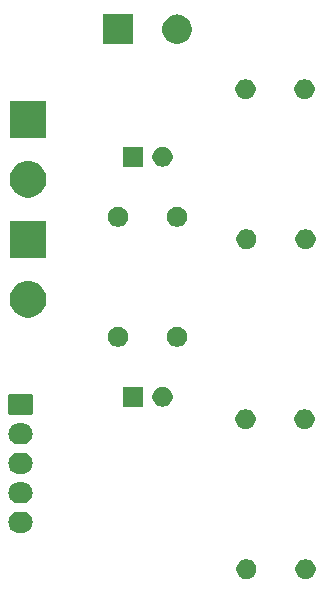
<source format=gbs>
G04 #@! TF.GenerationSoftware,KiCad,Pcbnew,5.0.1-33cea8e~68~ubuntu16.04.1*
G04 #@! TF.CreationDate,2018-11-24T10:37:31+09:00*
G04 #@! TF.ProjectId,BS2103F_photo,425332313033465F70686F746F2E6B69,rev?*
G04 #@! TF.SameCoordinates,Original*
G04 #@! TF.FileFunction,Soldermask,Bot*
G04 #@! TF.FilePolarity,Negative*
%FSLAX46Y46*%
G04 Gerber Fmt 4.6, Leading zero omitted, Abs format (unit mm)*
G04 Created by KiCad (PCBNEW 5.0.1-33cea8e~68~ubuntu16.04.1) date 2018年11月24日 10時37分31秒*
%MOMM*%
%LPD*%
G01*
G04 APERTURE LIST*
%ADD10C,0.100000*%
G04 APERTURE END LIST*
D10*
G36*
X152648228Y-117291703D02*
X152803100Y-117355853D01*
X152942481Y-117448985D01*
X153061015Y-117567519D01*
X153154147Y-117706900D01*
X153218297Y-117861772D01*
X153251000Y-118026184D01*
X153251000Y-118193816D01*
X153218297Y-118358228D01*
X153154147Y-118513100D01*
X153061015Y-118652481D01*
X152942481Y-118771015D01*
X152803100Y-118864147D01*
X152648228Y-118928297D01*
X152483816Y-118961000D01*
X152316184Y-118961000D01*
X152151772Y-118928297D01*
X151996900Y-118864147D01*
X151857519Y-118771015D01*
X151738985Y-118652481D01*
X151645853Y-118513100D01*
X151581703Y-118358228D01*
X151549000Y-118193816D01*
X151549000Y-118026184D01*
X151581703Y-117861772D01*
X151645853Y-117706900D01*
X151738985Y-117567519D01*
X151857519Y-117448985D01*
X151996900Y-117355853D01*
X152151772Y-117291703D01*
X152316184Y-117259000D01*
X152483816Y-117259000D01*
X152648228Y-117291703D01*
X152648228Y-117291703D01*
G37*
G36*
X147648228Y-117291703D02*
X147803100Y-117355853D01*
X147942481Y-117448985D01*
X148061015Y-117567519D01*
X148154147Y-117706900D01*
X148218297Y-117861772D01*
X148251000Y-118026184D01*
X148251000Y-118193816D01*
X148218297Y-118358228D01*
X148154147Y-118513100D01*
X148061015Y-118652481D01*
X147942481Y-118771015D01*
X147803100Y-118864147D01*
X147648228Y-118928297D01*
X147483816Y-118961000D01*
X147316184Y-118961000D01*
X147151772Y-118928297D01*
X146996900Y-118864147D01*
X146857519Y-118771015D01*
X146738985Y-118652481D01*
X146645853Y-118513100D01*
X146581703Y-118358228D01*
X146549000Y-118193816D01*
X146549000Y-118026184D01*
X146581703Y-117861772D01*
X146645853Y-117706900D01*
X146738985Y-117567519D01*
X146857519Y-117448985D01*
X146996900Y-117355853D01*
X147151772Y-117291703D01*
X147316184Y-117259000D01*
X147483816Y-117259000D01*
X147648228Y-117291703D01*
X147648228Y-117291703D01*
G37*
G36*
X128505442Y-113245518D02*
X128571627Y-113252037D01*
X128684853Y-113286384D01*
X128741467Y-113303557D01*
X128880087Y-113377652D01*
X128897991Y-113387222D01*
X128933729Y-113416552D01*
X129035186Y-113499814D01*
X129118448Y-113601271D01*
X129147778Y-113637009D01*
X129147779Y-113637011D01*
X129231443Y-113793533D01*
X129231443Y-113793534D01*
X129282963Y-113963373D01*
X129300359Y-114140000D01*
X129282963Y-114316627D01*
X129248616Y-114429853D01*
X129231443Y-114486467D01*
X129157348Y-114625087D01*
X129147778Y-114642991D01*
X129118448Y-114678729D01*
X129035186Y-114780186D01*
X128933729Y-114863448D01*
X128897991Y-114892778D01*
X128897989Y-114892779D01*
X128741467Y-114976443D01*
X128684853Y-114993616D01*
X128571627Y-115027963D01*
X128505443Y-115034481D01*
X128439260Y-115041000D01*
X128100740Y-115041000D01*
X128034557Y-115034481D01*
X127968373Y-115027963D01*
X127855147Y-114993616D01*
X127798533Y-114976443D01*
X127642011Y-114892779D01*
X127642009Y-114892778D01*
X127606271Y-114863448D01*
X127504814Y-114780186D01*
X127421552Y-114678729D01*
X127392222Y-114642991D01*
X127382652Y-114625087D01*
X127308557Y-114486467D01*
X127291384Y-114429853D01*
X127257037Y-114316627D01*
X127239641Y-114140000D01*
X127257037Y-113963373D01*
X127308557Y-113793534D01*
X127308557Y-113793533D01*
X127392221Y-113637011D01*
X127392222Y-113637009D01*
X127421552Y-113601271D01*
X127504814Y-113499814D01*
X127606271Y-113416552D01*
X127642009Y-113387222D01*
X127659913Y-113377652D01*
X127798533Y-113303557D01*
X127855147Y-113286384D01*
X127968373Y-113252037D01*
X128034558Y-113245518D01*
X128100740Y-113239000D01*
X128439260Y-113239000D01*
X128505442Y-113245518D01*
X128505442Y-113245518D01*
G37*
G36*
X128505442Y-110745518D02*
X128571627Y-110752037D01*
X128684853Y-110786384D01*
X128741467Y-110803557D01*
X128880087Y-110877652D01*
X128897991Y-110887222D01*
X128933729Y-110916552D01*
X129035186Y-110999814D01*
X129118448Y-111101271D01*
X129147778Y-111137009D01*
X129147779Y-111137011D01*
X129231443Y-111293533D01*
X129231443Y-111293534D01*
X129282963Y-111463373D01*
X129300359Y-111640000D01*
X129282963Y-111816627D01*
X129248616Y-111929853D01*
X129231443Y-111986467D01*
X129157348Y-112125087D01*
X129147778Y-112142991D01*
X129118448Y-112178729D01*
X129035186Y-112280186D01*
X128933729Y-112363448D01*
X128897991Y-112392778D01*
X128897989Y-112392779D01*
X128741467Y-112476443D01*
X128684853Y-112493616D01*
X128571627Y-112527963D01*
X128505442Y-112534482D01*
X128439260Y-112541000D01*
X128100740Y-112541000D01*
X128034558Y-112534482D01*
X127968373Y-112527963D01*
X127855147Y-112493616D01*
X127798533Y-112476443D01*
X127642011Y-112392779D01*
X127642009Y-112392778D01*
X127606271Y-112363448D01*
X127504814Y-112280186D01*
X127421552Y-112178729D01*
X127392222Y-112142991D01*
X127382652Y-112125087D01*
X127308557Y-111986467D01*
X127291384Y-111929853D01*
X127257037Y-111816627D01*
X127239641Y-111640000D01*
X127257037Y-111463373D01*
X127308557Y-111293534D01*
X127308557Y-111293533D01*
X127392221Y-111137011D01*
X127392222Y-111137009D01*
X127421552Y-111101271D01*
X127504814Y-110999814D01*
X127606271Y-110916552D01*
X127642009Y-110887222D01*
X127659913Y-110877652D01*
X127798533Y-110803557D01*
X127855147Y-110786384D01*
X127968373Y-110752037D01*
X128034558Y-110745518D01*
X128100740Y-110739000D01*
X128439260Y-110739000D01*
X128505442Y-110745518D01*
X128505442Y-110745518D01*
G37*
G36*
X128505443Y-108245519D02*
X128571627Y-108252037D01*
X128684853Y-108286384D01*
X128741467Y-108303557D01*
X128880087Y-108377652D01*
X128897991Y-108387222D01*
X128933729Y-108416552D01*
X129035186Y-108499814D01*
X129118448Y-108601271D01*
X129147778Y-108637009D01*
X129147779Y-108637011D01*
X129231443Y-108793533D01*
X129231443Y-108793534D01*
X129282963Y-108963373D01*
X129300359Y-109140000D01*
X129282963Y-109316627D01*
X129248616Y-109429853D01*
X129231443Y-109486467D01*
X129157348Y-109625087D01*
X129147778Y-109642991D01*
X129118448Y-109678729D01*
X129035186Y-109780186D01*
X128933729Y-109863448D01*
X128897991Y-109892778D01*
X128897989Y-109892779D01*
X128741467Y-109976443D01*
X128684853Y-109993616D01*
X128571627Y-110027963D01*
X128505442Y-110034482D01*
X128439260Y-110041000D01*
X128100740Y-110041000D01*
X128034558Y-110034482D01*
X127968373Y-110027963D01*
X127855147Y-109993616D01*
X127798533Y-109976443D01*
X127642011Y-109892779D01*
X127642009Y-109892778D01*
X127606271Y-109863448D01*
X127504814Y-109780186D01*
X127421552Y-109678729D01*
X127392222Y-109642991D01*
X127382652Y-109625087D01*
X127308557Y-109486467D01*
X127291384Y-109429853D01*
X127257037Y-109316627D01*
X127239641Y-109140000D01*
X127257037Y-108963373D01*
X127308557Y-108793534D01*
X127308557Y-108793533D01*
X127392221Y-108637011D01*
X127392222Y-108637009D01*
X127421552Y-108601271D01*
X127504814Y-108499814D01*
X127606271Y-108416552D01*
X127642009Y-108387222D01*
X127659913Y-108377652D01*
X127798533Y-108303557D01*
X127855147Y-108286384D01*
X127968373Y-108252037D01*
X128034557Y-108245519D01*
X128100740Y-108239000D01*
X128439260Y-108239000D01*
X128505443Y-108245519D01*
X128505443Y-108245519D01*
G37*
G36*
X128505442Y-105745518D02*
X128571627Y-105752037D01*
X128684853Y-105786384D01*
X128741467Y-105803557D01*
X128759320Y-105813100D01*
X128897991Y-105887222D01*
X128933729Y-105916552D01*
X129035186Y-105999814D01*
X129093617Y-106071014D01*
X129147778Y-106137009D01*
X129147779Y-106137011D01*
X129231443Y-106293533D01*
X129231443Y-106293534D01*
X129282963Y-106463373D01*
X129300359Y-106640000D01*
X129282963Y-106816627D01*
X129248616Y-106929853D01*
X129231443Y-106986467D01*
X129157348Y-107125087D01*
X129147778Y-107142991D01*
X129118448Y-107178729D01*
X129035186Y-107280186D01*
X128933729Y-107363448D01*
X128897991Y-107392778D01*
X128897989Y-107392779D01*
X128741467Y-107476443D01*
X128684853Y-107493616D01*
X128571627Y-107527963D01*
X128505442Y-107534482D01*
X128439260Y-107541000D01*
X128100740Y-107541000D01*
X128034558Y-107534482D01*
X127968373Y-107527963D01*
X127855147Y-107493616D01*
X127798533Y-107476443D01*
X127642011Y-107392779D01*
X127642009Y-107392778D01*
X127606271Y-107363448D01*
X127504814Y-107280186D01*
X127421552Y-107178729D01*
X127392222Y-107142991D01*
X127382652Y-107125087D01*
X127308557Y-106986467D01*
X127291384Y-106929853D01*
X127257037Y-106816627D01*
X127239641Y-106640000D01*
X127257037Y-106463373D01*
X127308557Y-106293534D01*
X127308557Y-106293533D01*
X127392221Y-106137011D01*
X127392222Y-106137009D01*
X127446383Y-106071014D01*
X127504814Y-105999814D01*
X127606271Y-105916552D01*
X127642009Y-105887222D01*
X127780680Y-105813100D01*
X127798533Y-105803557D01*
X127855147Y-105786384D01*
X127968373Y-105752037D01*
X128034558Y-105745518D01*
X128100740Y-105739000D01*
X128439260Y-105739000D01*
X128505442Y-105745518D01*
X128505442Y-105745518D01*
G37*
G36*
X152568228Y-104591703D02*
X152723100Y-104655853D01*
X152862481Y-104748985D01*
X152981015Y-104867519D01*
X153074147Y-105006900D01*
X153138297Y-105161772D01*
X153171000Y-105326184D01*
X153171000Y-105493816D01*
X153138297Y-105658228D01*
X153074147Y-105813100D01*
X152981015Y-105952481D01*
X152862481Y-106071015D01*
X152723100Y-106164147D01*
X152568228Y-106228297D01*
X152403816Y-106261000D01*
X152236184Y-106261000D01*
X152071772Y-106228297D01*
X151916900Y-106164147D01*
X151777519Y-106071015D01*
X151658985Y-105952481D01*
X151565853Y-105813100D01*
X151501703Y-105658228D01*
X151469000Y-105493816D01*
X151469000Y-105326184D01*
X151501703Y-105161772D01*
X151565853Y-105006900D01*
X151658985Y-104867519D01*
X151777519Y-104748985D01*
X151916900Y-104655853D01*
X152071772Y-104591703D01*
X152236184Y-104559000D01*
X152403816Y-104559000D01*
X152568228Y-104591703D01*
X152568228Y-104591703D01*
G37*
G36*
X147568228Y-104591703D02*
X147723100Y-104655853D01*
X147862481Y-104748985D01*
X147981015Y-104867519D01*
X148074147Y-105006900D01*
X148138297Y-105161772D01*
X148171000Y-105326184D01*
X148171000Y-105493816D01*
X148138297Y-105658228D01*
X148074147Y-105813100D01*
X147981015Y-105952481D01*
X147862481Y-106071015D01*
X147723100Y-106164147D01*
X147568228Y-106228297D01*
X147403816Y-106261000D01*
X147236184Y-106261000D01*
X147071772Y-106228297D01*
X146916900Y-106164147D01*
X146777519Y-106071015D01*
X146658985Y-105952481D01*
X146565853Y-105813100D01*
X146501703Y-105658228D01*
X146469000Y-105493816D01*
X146469000Y-105326184D01*
X146501703Y-105161772D01*
X146565853Y-105006900D01*
X146658985Y-104867519D01*
X146777519Y-104748985D01*
X146916900Y-104655853D01*
X147071772Y-104591703D01*
X147236184Y-104559000D01*
X147403816Y-104559000D01*
X147568228Y-104591703D01*
X147568228Y-104591703D01*
G37*
G36*
X129153600Y-103242989D02*
X129186649Y-103253014D01*
X129217106Y-103269294D01*
X129243799Y-103291201D01*
X129265706Y-103317894D01*
X129281986Y-103348351D01*
X129292011Y-103381400D01*
X129296000Y-103421904D01*
X129296000Y-104858096D01*
X129292011Y-104898600D01*
X129281986Y-104931649D01*
X129265706Y-104962106D01*
X129243799Y-104988799D01*
X129217106Y-105010706D01*
X129186649Y-105026986D01*
X129153600Y-105037011D01*
X129113096Y-105041000D01*
X127426904Y-105041000D01*
X127386400Y-105037011D01*
X127353351Y-105026986D01*
X127322894Y-105010706D01*
X127296201Y-104988799D01*
X127274294Y-104962106D01*
X127258014Y-104931649D01*
X127247989Y-104898600D01*
X127244000Y-104858096D01*
X127244000Y-103421904D01*
X127247989Y-103381400D01*
X127258014Y-103348351D01*
X127274294Y-103317894D01*
X127296201Y-103291201D01*
X127322894Y-103269294D01*
X127353351Y-103253014D01*
X127386400Y-103242989D01*
X127426904Y-103239000D01*
X129113096Y-103239000D01*
X129153600Y-103242989D01*
X129153600Y-103242989D01*
G37*
G36*
X140543228Y-102686703D02*
X140698100Y-102750853D01*
X140837481Y-102843985D01*
X140956015Y-102962519D01*
X141049147Y-103101900D01*
X141113297Y-103256772D01*
X141146000Y-103421184D01*
X141146000Y-103588816D01*
X141113297Y-103753228D01*
X141049147Y-103908100D01*
X140956015Y-104047481D01*
X140837481Y-104166015D01*
X140698100Y-104259147D01*
X140543228Y-104323297D01*
X140378816Y-104356000D01*
X140211184Y-104356000D01*
X140046772Y-104323297D01*
X139891900Y-104259147D01*
X139752519Y-104166015D01*
X139633985Y-104047481D01*
X139540853Y-103908100D01*
X139476703Y-103753228D01*
X139444000Y-103588816D01*
X139444000Y-103421184D01*
X139476703Y-103256772D01*
X139540853Y-103101900D01*
X139633985Y-102962519D01*
X139752519Y-102843985D01*
X139891900Y-102750853D01*
X140046772Y-102686703D01*
X140211184Y-102654000D01*
X140378816Y-102654000D01*
X140543228Y-102686703D01*
X140543228Y-102686703D01*
G37*
G36*
X138646000Y-104356000D02*
X136944000Y-104356000D01*
X136944000Y-102654000D01*
X138646000Y-102654000D01*
X138646000Y-104356000D01*
X138646000Y-104356000D01*
G37*
G36*
X141773228Y-97606703D02*
X141928100Y-97670853D01*
X142067481Y-97763985D01*
X142186015Y-97882519D01*
X142279147Y-98021900D01*
X142343297Y-98176772D01*
X142376000Y-98341184D01*
X142376000Y-98508816D01*
X142343297Y-98673228D01*
X142279147Y-98828100D01*
X142186015Y-98967481D01*
X142067481Y-99086015D01*
X141928100Y-99179147D01*
X141773228Y-99243297D01*
X141608816Y-99276000D01*
X141441184Y-99276000D01*
X141276772Y-99243297D01*
X141121900Y-99179147D01*
X140982519Y-99086015D01*
X140863985Y-98967481D01*
X140770853Y-98828100D01*
X140706703Y-98673228D01*
X140674000Y-98508816D01*
X140674000Y-98341184D01*
X140706703Y-98176772D01*
X140770853Y-98021900D01*
X140863985Y-97882519D01*
X140982519Y-97763985D01*
X141121900Y-97670853D01*
X141276772Y-97606703D01*
X141441184Y-97574000D01*
X141608816Y-97574000D01*
X141773228Y-97606703D01*
X141773228Y-97606703D01*
G37*
G36*
X136773228Y-97606703D02*
X136928100Y-97670853D01*
X137067481Y-97763985D01*
X137186015Y-97882519D01*
X137279147Y-98021900D01*
X137343297Y-98176772D01*
X137376000Y-98341184D01*
X137376000Y-98508816D01*
X137343297Y-98673228D01*
X137279147Y-98828100D01*
X137186015Y-98967481D01*
X137067481Y-99086015D01*
X136928100Y-99179147D01*
X136773228Y-99243297D01*
X136608816Y-99276000D01*
X136441184Y-99276000D01*
X136276772Y-99243297D01*
X136121900Y-99179147D01*
X135982519Y-99086015D01*
X135863985Y-98967481D01*
X135770853Y-98828100D01*
X135706703Y-98673228D01*
X135674000Y-98508816D01*
X135674000Y-98341184D01*
X135706703Y-98176772D01*
X135770853Y-98021900D01*
X135863985Y-97882519D01*
X135982519Y-97763985D01*
X136121900Y-97670853D01*
X136276772Y-97606703D01*
X136441184Y-97574000D01*
X136608816Y-97574000D01*
X136773228Y-97606703D01*
X136773228Y-97606703D01*
G37*
G36*
X129257527Y-93738736D02*
X129357410Y-93758604D01*
X129639674Y-93875521D01*
X129893705Y-94045259D01*
X130109741Y-94261295D01*
X130279479Y-94515326D01*
X130396396Y-94797590D01*
X130456000Y-95097240D01*
X130456000Y-95402760D01*
X130396396Y-95702410D01*
X130279479Y-95984674D01*
X130109741Y-96238705D01*
X129893705Y-96454741D01*
X129639674Y-96624479D01*
X129357410Y-96741396D01*
X129257527Y-96761264D01*
X129057762Y-96801000D01*
X128752238Y-96801000D01*
X128552473Y-96761264D01*
X128452590Y-96741396D01*
X128170326Y-96624479D01*
X127916295Y-96454741D01*
X127700259Y-96238705D01*
X127530521Y-95984674D01*
X127413604Y-95702410D01*
X127354000Y-95402760D01*
X127354000Y-95097240D01*
X127413604Y-94797590D01*
X127530521Y-94515326D01*
X127700259Y-94261295D01*
X127916295Y-94045259D01*
X128170326Y-93875521D01*
X128452590Y-93758604D01*
X128552473Y-93738736D01*
X128752238Y-93699000D01*
X129057762Y-93699000D01*
X129257527Y-93738736D01*
X129257527Y-93738736D01*
G37*
G36*
X130456000Y-91721000D02*
X127354000Y-91721000D01*
X127354000Y-88619000D01*
X130456000Y-88619000D01*
X130456000Y-91721000D01*
X130456000Y-91721000D01*
G37*
G36*
X152648228Y-89351703D02*
X152803100Y-89415853D01*
X152942481Y-89508985D01*
X153061015Y-89627519D01*
X153154147Y-89766900D01*
X153218297Y-89921772D01*
X153251000Y-90086184D01*
X153251000Y-90253816D01*
X153218297Y-90418228D01*
X153154147Y-90573100D01*
X153061015Y-90712481D01*
X152942481Y-90831015D01*
X152803100Y-90924147D01*
X152648228Y-90988297D01*
X152483816Y-91021000D01*
X152316184Y-91021000D01*
X152151772Y-90988297D01*
X151996900Y-90924147D01*
X151857519Y-90831015D01*
X151738985Y-90712481D01*
X151645853Y-90573100D01*
X151581703Y-90418228D01*
X151549000Y-90253816D01*
X151549000Y-90086184D01*
X151581703Y-89921772D01*
X151645853Y-89766900D01*
X151738985Y-89627519D01*
X151857519Y-89508985D01*
X151996900Y-89415853D01*
X152151772Y-89351703D01*
X152316184Y-89319000D01*
X152483816Y-89319000D01*
X152648228Y-89351703D01*
X152648228Y-89351703D01*
G37*
G36*
X147648228Y-89351703D02*
X147803100Y-89415853D01*
X147942481Y-89508985D01*
X148061015Y-89627519D01*
X148154147Y-89766900D01*
X148218297Y-89921772D01*
X148251000Y-90086184D01*
X148251000Y-90253816D01*
X148218297Y-90418228D01*
X148154147Y-90573100D01*
X148061015Y-90712481D01*
X147942481Y-90831015D01*
X147803100Y-90924147D01*
X147648228Y-90988297D01*
X147483816Y-91021000D01*
X147316184Y-91021000D01*
X147151772Y-90988297D01*
X146996900Y-90924147D01*
X146857519Y-90831015D01*
X146738985Y-90712481D01*
X146645853Y-90573100D01*
X146581703Y-90418228D01*
X146549000Y-90253816D01*
X146549000Y-90086184D01*
X146581703Y-89921772D01*
X146645853Y-89766900D01*
X146738985Y-89627519D01*
X146857519Y-89508985D01*
X146996900Y-89415853D01*
X147151772Y-89351703D01*
X147316184Y-89319000D01*
X147483816Y-89319000D01*
X147648228Y-89351703D01*
X147648228Y-89351703D01*
G37*
G36*
X136773228Y-87446703D02*
X136928100Y-87510853D01*
X137067481Y-87603985D01*
X137186015Y-87722519D01*
X137279147Y-87861900D01*
X137343297Y-88016772D01*
X137376000Y-88181184D01*
X137376000Y-88348816D01*
X137343297Y-88513228D01*
X137279147Y-88668100D01*
X137186015Y-88807481D01*
X137067481Y-88926015D01*
X136928100Y-89019147D01*
X136773228Y-89083297D01*
X136608816Y-89116000D01*
X136441184Y-89116000D01*
X136276772Y-89083297D01*
X136121900Y-89019147D01*
X135982519Y-88926015D01*
X135863985Y-88807481D01*
X135770853Y-88668100D01*
X135706703Y-88513228D01*
X135674000Y-88348816D01*
X135674000Y-88181184D01*
X135706703Y-88016772D01*
X135770853Y-87861900D01*
X135863985Y-87722519D01*
X135982519Y-87603985D01*
X136121900Y-87510853D01*
X136276772Y-87446703D01*
X136441184Y-87414000D01*
X136608816Y-87414000D01*
X136773228Y-87446703D01*
X136773228Y-87446703D01*
G37*
G36*
X141773228Y-87446703D02*
X141928100Y-87510853D01*
X142067481Y-87603985D01*
X142186015Y-87722519D01*
X142279147Y-87861900D01*
X142343297Y-88016772D01*
X142376000Y-88181184D01*
X142376000Y-88348816D01*
X142343297Y-88513228D01*
X142279147Y-88668100D01*
X142186015Y-88807481D01*
X142067481Y-88926015D01*
X141928100Y-89019147D01*
X141773228Y-89083297D01*
X141608816Y-89116000D01*
X141441184Y-89116000D01*
X141276772Y-89083297D01*
X141121900Y-89019147D01*
X140982519Y-88926015D01*
X140863985Y-88807481D01*
X140770853Y-88668100D01*
X140706703Y-88513228D01*
X140674000Y-88348816D01*
X140674000Y-88181184D01*
X140706703Y-88016772D01*
X140770853Y-87861900D01*
X140863985Y-87722519D01*
X140982519Y-87603985D01*
X141121900Y-87510853D01*
X141276772Y-87446703D01*
X141441184Y-87414000D01*
X141608816Y-87414000D01*
X141773228Y-87446703D01*
X141773228Y-87446703D01*
G37*
G36*
X129257527Y-83578736D02*
X129357410Y-83598604D01*
X129639674Y-83715521D01*
X129893705Y-83885259D01*
X130109741Y-84101295D01*
X130279479Y-84355326D01*
X130396396Y-84637590D01*
X130456000Y-84937240D01*
X130456000Y-85242760D01*
X130396396Y-85542410D01*
X130279479Y-85824674D01*
X130109741Y-86078705D01*
X129893705Y-86294741D01*
X129639674Y-86464479D01*
X129357410Y-86581396D01*
X129257527Y-86601264D01*
X129057762Y-86641000D01*
X128752238Y-86641000D01*
X128552473Y-86601264D01*
X128452590Y-86581396D01*
X128170326Y-86464479D01*
X127916295Y-86294741D01*
X127700259Y-86078705D01*
X127530521Y-85824674D01*
X127413604Y-85542410D01*
X127354000Y-85242760D01*
X127354000Y-84937240D01*
X127413604Y-84637590D01*
X127530521Y-84355326D01*
X127700259Y-84101295D01*
X127916295Y-83885259D01*
X128170326Y-83715521D01*
X128452590Y-83598604D01*
X128552473Y-83578736D01*
X128752238Y-83539000D01*
X129057762Y-83539000D01*
X129257527Y-83578736D01*
X129257527Y-83578736D01*
G37*
G36*
X138646000Y-84036000D02*
X136944000Y-84036000D01*
X136944000Y-82334000D01*
X138646000Y-82334000D01*
X138646000Y-84036000D01*
X138646000Y-84036000D01*
G37*
G36*
X140543228Y-82366703D02*
X140698100Y-82430853D01*
X140837481Y-82523985D01*
X140956015Y-82642519D01*
X141049147Y-82781900D01*
X141113297Y-82936772D01*
X141146000Y-83101184D01*
X141146000Y-83268816D01*
X141113297Y-83433228D01*
X141049147Y-83588100D01*
X140956015Y-83727481D01*
X140837481Y-83846015D01*
X140698100Y-83939147D01*
X140543228Y-84003297D01*
X140378816Y-84036000D01*
X140211184Y-84036000D01*
X140046772Y-84003297D01*
X139891900Y-83939147D01*
X139752519Y-83846015D01*
X139633985Y-83727481D01*
X139540853Y-83588100D01*
X139476703Y-83433228D01*
X139444000Y-83268816D01*
X139444000Y-83101184D01*
X139476703Y-82936772D01*
X139540853Y-82781900D01*
X139633985Y-82642519D01*
X139752519Y-82523985D01*
X139891900Y-82430853D01*
X140046772Y-82366703D01*
X140211184Y-82334000D01*
X140378816Y-82334000D01*
X140543228Y-82366703D01*
X140543228Y-82366703D01*
G37*
G36*
X130456000Y-81561000D02*
X127354000Y-81561000D01*
X127354000Y-78459000D01*
X130456000Y-78459000D01*
X130456000Y-81561000D01*
X130456000Y-81561000D01*
G37*
G36*
X147568228Y-76651703D02*
X147723100Y-76715853D01*
X147862481Y-76808985D01*
X147981015Y-76927519D01*
X148074147Y-77066900D01*
X148138297Y-77221772D01*
X148171000Y-77386184D01*
X148171000Y-77553816D01*
X148138297Y-77718228D01*
X148074147Y-77873100D01*
X147981015Y-78012481D01*
X147862481Y-78131015D01*
X147723100Y-78224147D01*
X147568228Y-78288297D01*
X147403816Y-78321000D01*
X147236184Y-78321000D01*
X147071772Y-78288297D01*
X146916900Y-78224147D01*
X146777519Y-78131015D01*
X146658985Y-78012481D01*
X146565853Y-77873100D01*
X146501703Y-77718228D01*
X146469000Y-77553816D01*
X146469000Y-77386184D01*
X146501703Y-77221772D01*
X146565853Y-77066900D01*
X146658985Y-76927519D01*
X146777519Y-76808985D01*
X146916900Y-76715853D01*
X147071772Y-76651703D01*
X147236184Y-76619000D01*
X147403816Y-76619000D01*
X147568228Y-76651703D01*
X147568228Y-76651703D01*
G37*
G36*
X152568228Y-76651703D02*
X152723100Y-76715853D01*
X152862481Y-76808985D01*
X152981015Y-76927519D01*
X153074147Y-77066900D01*
X153138297Y-77221772D01*
X153171000Y-77386184D01*
X153171000Y-77553816D01*
X153138297Y-77718228D01*
X153074147Y-77873100D01*
X152981015Y-78012481D01*
X152862481Y-78131015D01*
X152723100Y-78224147D01*
X152568228Y-78288297D01*
X152403816Y-78321000D01*
X152236184Y-78321000D01*
X152071772Y-78288297D01*
X151916900Y-78224147D01*
X151777519Y-78131015D01*
X151658985Y-78012481D01*
X151565853Y-77873100D01*
X151501703Y-77718228D01*
X151469000Y-77553816D01*
X151469000Y-77386184D01*
X151501703Y-77221772D01*
X151565853Y-77066900D01*
X151658985Y-76927519D01*
X151777519Y-76808985D01*
X151916900Y-76715853D01*
X152071772Y-76651703D01*
X152236184Y-76619000D01*
X152403816Y-76619000D01*
X152568228Y-76651703D01*
X152568228Y-76651703D01*
G37*
G36*
X141708636Y-71151019D02*
X141889903Y-71187075D01*
X142117571Y-71281378D01*
X142321542Y-71417668D01*
X142322469Y-71418287D01*
X142496713Y-71592531D01*
X142496715Y-71592534D01*
X142633622Y-71797429D01*
X142727925Y-72025097D01*
X142776000Y-72266787D01*
X142776000Y-72513213D01*
X142727925Y-72754903D01*
X142633622Y-72982571D01*
X142497332Y-73186542D01*
X142496713Y-73187469D01*
X142322469Y-73361713D01*
X142322466Y-73361715D01*
X142117571Y-73498622D01*
X141889903Y-73592925D01*
X141708636Y-73628981D01*
X141648214Y-73641000D01*
X141401786Y-73641000D01*
X141341364Y-73628981D01*
X141160097Y-73592925D01*
X140932429Y-73498622D01*
X140727534Y-73361715D01*
X140727531Y-73361713D01*
X140553287Y-73187469D01*
X140552668Y-73186542D01*
X140416378Y-72982571D01*
X140322075Y-72754903D01*
X140274000Y-72513213D01*
X140274000Y-72266787D01*
X140322075Y-72025097D01*
X140416378Y-71797429D01*
X140553285Y-71592534D01*
X140553287Y-71592531D01*
X140727531Y-71418287D01*
X140728458Y-71417668D01*
X140932429Y-71281378D01*
X141160097Y-71187075D01*
X141341364Y-71151019D01*
X141401786Y-71139000D01*
X141648214Y-71139000D01*
X141708636Y-71151019D01*
X141708636Y-71151019D01*
G37*
G36*
X137776000Y-73641000D02*
X135274000Y-73641000D01*
X135274000Y-71139000D01*
X137776000Y-71139000D01*
X137776000Y-73641000D01*
X137776000Y-73641000D01*
G37*
M02*

</source>
